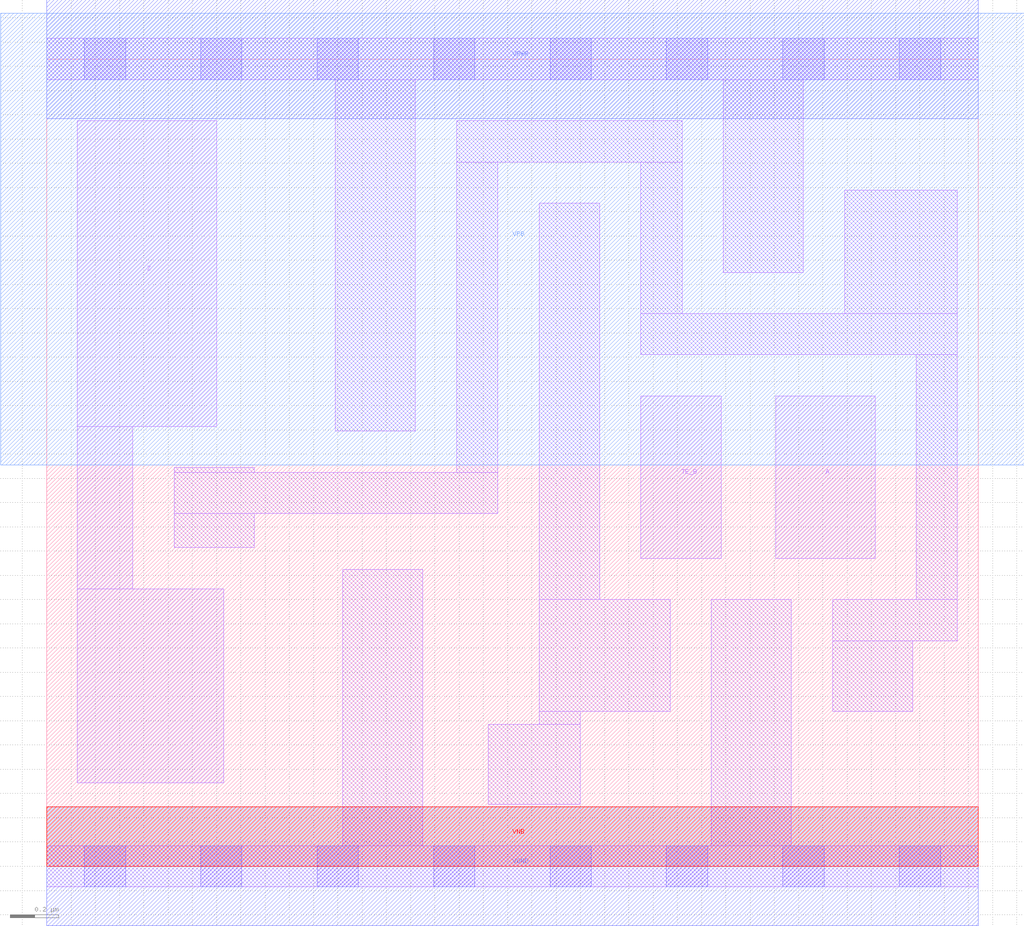
<source format=lef>
# Copyright 2020 The SkyWater PDK Authors
#
# Licensed under the Apache License, Version 2.0 (the "License");
# you may not use this file except in compliance with the License.
# You may obtain a copy of the License at
#
#     https://www.apache.org/licenses/LICENSE-2.0
#
# Unless required by applicable law or agreed to in writing, software
# distributed under the License is distributed on an "AS IS" BASIS,
# WITHOUT WARRANTIES OR CONDITIONS OF ANY KIND, either express or implied.
# See the License for the specific language governing permissions and
# limitations under the License.
#
# SPDX-License-Identifier: Apache-2.0

VERSION 5.7 ;
  NOWIREEXTENSIONATPIN ON ;
  DIVIDERCHAR "/" ;
  BUSBITCHARS "[]" ;
MACRO sky130_fd_sc_lp__ebufn_1
  CLASS CORE ;
  FOREIGN sky130_fd_sc_lp__ebufn_1 ;
  ORIGIN  0.000000  0.000000 ;
  SIZE  3.840000 BY  3.330000 ;
  SYMMETRY X Y R90 ;
  SITE unit ;
  PIN A
    ANTENNAGATEAREA  0.159000 ;
    DIRECTION INPUT ;
    USE SIGNAL ;
    PORT
      LAYER li1 ;
        RECT 3.005000 1.270000 3.415000 1.940000 ;
    END
  END A
  PIN TE_B
    ANTENNAGATEAREA  0.348000 ;
    DIRECTION INPUT ;
    USE SIGNAL ;
    PORT
      LAYER li1 ;
        RECT 2.450000 1.270000 2.780000 1.940000 ;
    END
  END TE_B
  PIN Z
    ANTENNADIFFAREA  0.598500 ;
    DIRECTION OUTPUT ;
    USE SIGNAL ;
    PORT
      LAYER li1 ;
        RECT 0.125000 0.345000 0.730000 1.145000 ;
        RECT 0.125000 1.145000 0.355000 1.815000 ;
        RECT 0.125000 1.815000 0.700000 3.075000 ;
    END
  END Z
  PIN VGND
    DIRECTION INOUT ;
    USE GROUND ;
    PORT
      LAYER met1 ;
        RECT 0.000000 -0.245000 3.840000 0.245000 ;
    END
  END VGND
  PIN VNB
    DIRECTION INOUT ;
    USE GROUND ;
    PORT
      LAYER pwell ;
        RECT 0.000000 0.000000 3.840000 0.245000 ;
    END
  END VNB
  PIN VPB
    DIRECTION INOUT ;
    USE POWER ;
    PORT
      LAYER nwell ;
        RECT -0.190000 1.655000 4.030000 3.520000 ;
    END
  END VPB
  PIN VPWR
    DIRECTION INOUT ;
    USE POWER ;
    PORT
      LAYER met1 ;
        RECT 0.000000 3.085000 3.840000 3.575000 ;
    END
  END VPWR
  OBS
    LAYER li1 ;
      RECT 0.000000 -0.085000 3.840000 0.085000 ;
      RECT 0.000000  3.245000 3.840000 3.415000 ;
      RECT 0.525000  1.315000 0.855000 1.455000 ;
      RECT 0.525000  1.455000 1.860000 1.625000 ;
      RECT 0.525000  1.625000 0.855000 1.645000 ;
      RECT 1.190000  1.795000 1.520000 3.245000 ;
      RECT 1.220000  0.085000 1.550000 1.225000 ;
      RECT 1.690000  1.625000 1.860000 2.905000 ;
      RECT 1.690000  2.905000 2.620000 3.075000 ;
      RECT 1.820000  0.255000 2.200000 0.585000 ;
      RECT 2.030000  0.585000 2.200000 0.640000 ;
      RECT 2.030000  0.640000 2.570000 1.100000 ;
      RECT 2.030000  1.100000 2.280000 2.735000 ;
      RECT 2.450000  2.110000 3.755000 2.280000 ;
      RECT 2.450000  2.280000 2.620000 2.905000 ;
      RECT 2.740000  0.085000 3.070000 1.100000 ;
      RECT 2.790000  2.450000 3.120000 3.245000 ;
      RECT 3.240000  0.640000 3.570000 0.930000 ;
      RECT 3.240000  0.930000 3.755000 1.100000 ;
      RECT 3.290000  2.280000 3.755000 2.790000 ;
      RECT 3.585000  1.100000 3.755000 2.110000 ;
    LAYER mcon ;
      RECT 0.155000 -0.085000 0.325000 0.085000 ;
      RECT 0.155000  3.245000 0.325000 3.415000 ;
      RECT 0.635000 -0.085000 0.805000 0.085000 ;
      RECT 0.635000  3.245000 0.805000 3.415000 ;
      RECT 1.115000 -0.085000 1.285000 0.085000 ;
      RECT 1.115000  3.245000 1.285000 3.415000 ;
      RECT 1.595000 -0.085000 1.765000 0.085000 ;
      RECT 1.595000  3.245000 1.765000 3.415000 ;
      RECT 2.075000 -0.085000 2.245000 0.085000 ;
      RECT 2.075000  3.245000 2.245000 3.415000 ;
      RECT 2.555000 -0.085000 2.725000 0.085000 ;
      RECT 2.555000  3.245000 2.725000 3.415000 ;
      RECT 3.035000 -0.085000 3.205000 0.085000 ;
      RECT 3.035000  3.245000 3.205000 3.415000 ;
      RECT 3.515000 -0.085000 3.685000 0.085000 ;
      RECT 3.515000  3.245000 3.685000 3.415000 ;
  END
END sky130_fd_sc_lp__ebufn_1
END LIBRARY

</source>
